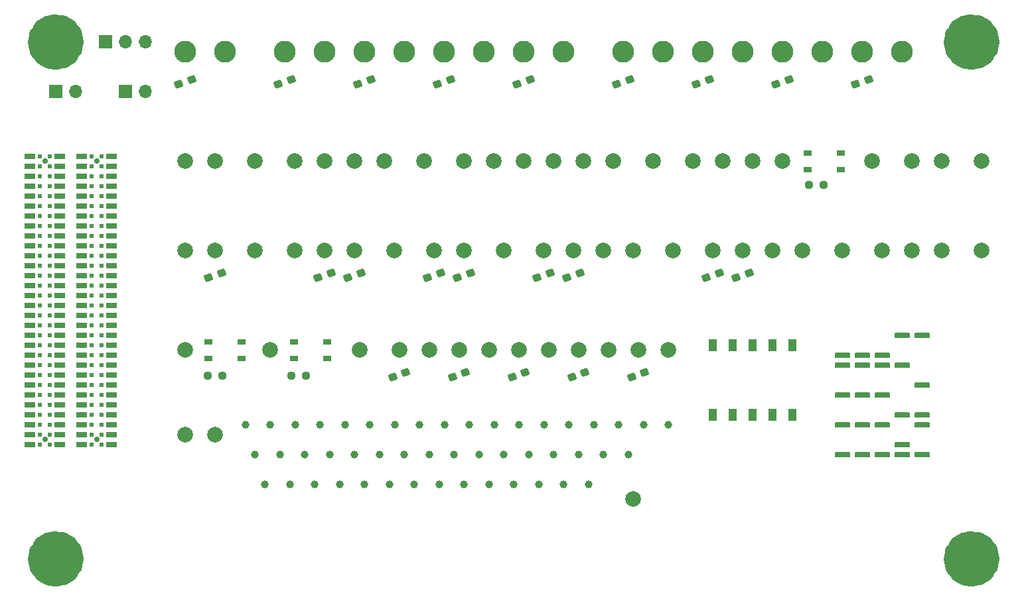
<source format=gbr>
%TF.GenerationSoftware,KiCad,Pcbnew,(6.0.5)*%
%TF.CreationDate,2023-01-12T09:35:21-05:00*%
%TF.ProjectId,breakout,62726561-6b6f-4757-942e-6b696361645f,rev?*%
%TF.SameCoordinates,Original*%
%TF.FileFunction,Soldermask,Top*%
%TF.FilePolarity,Negative*%
%FSLAX46Y46*%
G04 Gerber Fmt 4.6, Leading zero omitted, Abs format (unit mm)*
G04 Created by KiCad (PCBNEW (6.0.5)) date 2023-01-12 09:35:21*
%MOMM*%
%LPD*%
G01*
G04 APERTURE LIST*
G04 Aperture macros list*
%AMRoundRect*
0 Rectangle with rounded corners*
0 $1 Rounding radius*
0 $2 $3 $4 $5 $6 $7 $8 $9 X,Y pos of 4 corners*
0 Add a 4 corners polygon primitive as box body*
4,1,4,$2,$3,$4,$5,$6,$7,$8,$9,$2,$3,0*
0 Add four circle primitives for the rounded corners*
1,1,$1+$1,$2,$3*
1,1,$1+$1,$4,$5*
1,1,$1+$1,$6,$7*
1,1,$1+$1,$8,$9*
0 Add four rect primitives between the rounded corners*
20,1,$1+$1,$2,$3,$4,$5,0*
20,1,$1+$1,$4,$5,$6,$7,0*
20,1,$1+$1,$6,$7,$8,$9,0*
20,1,$1+$1,$8,$9,$2,$3,0*%
G04 Aperture macros list end*
%ADD10C,0.200000*%
%ADD11C,3.556000*%
%ADD12C,0.609600*%
%ADD13C,0.740000*%
%ADD14R,1.470000X0.740000*%
%ADD15C,2.000000*%
%ADD16C,1.000000*%
%ADD17R,1.050000X0.650000*%
%ADD18RoundRect,0.237500X0.188932X0.321508X-0.351391X0.124846X-0.188932X-0.321508X0.351391X-0.124846X0*%
%ADD19C,2.800000*%
%ADD20R,1.700000X1.700000*%
%ADD21O,1.700000X1.700000*%
%ADD22RoundRect,0.237500X-0.250000X-0.237500X0.250000X-0.237500X0.250000X0.237500X-0.250000X0.237500X0*%
%ADD23R,1.100000X1.500000*%
%ADD24C,3.200000*%
G04 APERTURE END LIST*
D10*
X167259000Y-107061000D02*
X165481000Y-107061000D01*
X165481000Y-107061000D02*
X165481000Y-107569000D01*
X165481000Y-107569000D02*
X167259000Y-107569000D01*
X167259000Y-107569000D02*
X167259000Y-107061000D01*
G36*
X167259000Y-107061000D02*
G01*
X165481000Y-107061000D01*
X165481000Y-107569000D01*
X167259000Y-107569000D01*
X167259000Y-107061000D01*
G37*
X172339000Y-118491000D02*
X170561000Y-118491000D01*
X170561000Y-118491000D02*
X170561000Y-118999000D01*
X170561000Y-118999000D02*
X172339000Y-118999000D01*
X172339000Y-118999000D02*
X172339000Y-118491000D01*
G36*
X172339000Y-118491000D02*
G01*
X170561000Y-118491000D01*
X170561000Y-118999000D01*
X172339000Y-118999000D01*
X172339000Y-118491000D01*
G37*
X177419000Y-109601000D02*
X175641000Y-109601000D01*
X175641000Y-109601000D02*
X175641000Y-110109000D01*
X175641000Y-110109000D02*
X177419000Y-110109000D01*
X177419000Y-110109000D02*
X177419000Y-109601000D01*
G36*
X177419000Y-109601000D02*
G01*
X175641000Y-109601000D01*
X175641000Y-110109000D01*
X177419000Y-110109000D01*
X177419000Y-109601000D01*
G37*
X172339000Y-110871000D02*
X170561000Y-110871000D01*
X170561000Y-110871000D02*
X170561000Y-111379000D01*
X170561000Y-111379000D02*
X172339000Y-111379000D01*
X172339000Y-111379000D02*
X172339000Y-110871000D01*
G36*
X172339000Y-110871000D02*
G01*
X170561000Y-110871000D01*
X170561000Y-111379000D01*
X172339000Y-111379000D01*
X172339000Y-110871000D01*
G37*
X177419000Y-114681000D02*
X175641000Y-114681000D01*
X175641000Y-114681000D02*
X175641000Y-115189000D01*
X175641000Y-115189000D02*
X177419000Y-115189000D01*
X177419000Y-115189000D02*
X177419000Y-114681000D01*
G36*
X177419000Y-114681000D02*
G01*
X175641000Y-114681000D01*
X175641000Y-115189000D01*
X177419000Y-115189000D01*
X177419000Y-114681000D01*
G37*
D11*
X184658000Y-66040000D02*
G75*
G03*
X184658000Y-66040000I-1778000J0D01*
G01*
D10*
X169799000Y-110871000D02*
X168021000Y-110871000D01*
X168021000Y-110871000D02*
X168021000Y-111379000D01*
X168021000Y-111379000D02*
X169799000Y-111379000D01*
X169799000Y-111379000D02*
X169799000Y-110871000D01*
G36*
X169799000Y-110871000D02*
G01*
X168021000Y-110871000D01*
X168021000Y-111379000D01*
X169799000Y-111379000D01*
X169799000Y-110871000D01*
G37*
X167259000Y-105791000D02*
X165481000Y-105791000D01*
X165481000Y-105791000D02*
X165481000Y-106299000D01*
X165481000Y-106299000D02*
X167259000Y-106299000D01*
X167259000Y-106299000D02*
X167259000Y-105791000D01*
G36*
X167259000Y-105791000D02*
G01*
X165481000Y-105791000D01*
X165481000Y-106299000D01*
X167259000Y-106299000D01*
X167259000Y-105791000D01*
G37*
D11*
X67818000Y-132080000D02*
G75*
G03*
X67818000Y-132080000I-1778000J0D01*
G01*
D10*
X169799000Y-118491000D02*
X168021000Y-118491000D01*
X168021000Y-118491000D02*
X168021000Y-118999000D01*
X168021000Y-118999000D02*
X169799000Y-118999000D01*
X169799000Y-118999000D02*
X169799000Y-118491000D01*
G36*
X169799000Y-118491000D02*
G01*
X168021000Y-118491000D01*
X168021000Y-118999000D01*
X169799000Y-118999000D01*
X169799000Y-118491000D01*
G37*
X174879000Y-103251000D02*
X173101000Y-103251000D01*
X173101000Y-103251000D02*
X173101000Y-103759000D01*
X173101000Y-103759000D02*
X174879000Y-103759000D01*
X174879000Y-103759000D02*
X174879000Y-103251000D01*
G36*
X174879000Y-103251000D02*
G01*
X173101000Y-103251000D01*
X173101000Y-103759000D01*
X174879000Y-103759000D01*
X174879000Y-103251000D01*
G37*
D11*
X67818000Y-66040000D02*
G75*
G03*
X67818000Y-66040000I-1778000J0D01*
G01*
D10*
X172339000Y-114681000D02*
X170561000Y-114681000D01*
X170561000Y-114681000D02*
X170561000Y-115189000D01*
X170561000Y-115189000D02*
X172339000Y-115189000D01*
X172339000Y-115189000D02*
X172339000Y-114681000D01*
G36*
X172339000Y-114681000D02*
G01*
X170561000Y-114681000D01*
X170561000Y-115189000D01*
X172339000Y-115189000D01*
X172339000Y-114681000D01*
G37*
X167259000Y-110871000D02*
X165481000Y-110871000D01*
X165481000Y-110871000D02*
X165481000Y-111379000D01*
X165481000Y-111379000D02*
X167259000Y-111379000D01*
X167259000Y-111379000D02*
X167259000Y-110871000D01*
G36*
X167259000Y-110871000D02*
G01*
X165481000Y-110871000D01*
X165481000Y-111379000D01*
X167259000Y-111379000D01*
X167259000Y-110871000D01*
G37*
X167259000Y-114681000D02*
X165481000Y-114681000D01*
X165481000Y-114681000D02*
X165481000Y-115189000D01*
X165481000Y-115189000D02*
X167259000Y-115189000D01*
X167259000Y-115189000D02*
X167259000Y-114681000D01*
G36*
X167259000Y-114681000D02*
G01*
X165481000Y-114681000D01*
X165481000Y-115189000D01*
X167259000Y-115189000D01*
X167259000Y-114681000D01*
G37*
X169799000Y-114681000D02*
X168021000Y-114681000D01*
X168021000Y-114681000D02*
X168021000Y-115189000D01*
X168021000Y-115189000D02*
X169799000Y-115189000D01*
X169799000Y-115189000D02*
X169799000Y-114681000D01*
G36*
X169799000Y-114681000D02*
G01*
X168021000Y-114681000D01*
X168021000Y-115189000D01*
X169799000Y-115189000D01*
X169799000Y-114681000D01*
G37*
X174879000Y-118491000D02*
X173101000Y-118491000D01*
X173101000Y-118491000D02*
X173101000Y-118999000D01*
X173101000Y-118999000D02*
X174879000Y-118999000D01*
X174879000Y-118999000D02*
X174879000Y-118491000D01*
G36*
X174879000Y-118491000D02*
G01*
X173101000Y-118491000D01*
X173101000Y-118999000D01*
X174879000Y-118999000D01*
X174879000Y-118491000D01*
G37*
X174879000Y-107061000D02*
X173101000Y-107061000D01*
X173101000Y-107061000D02*
X173101000Y-107569000D01*
X173101000Y-107569000D02*
X174879000Y-107569000D01*
X174879000Y-107569000D02*
X174879000Y-107061000D01*
G36*
X174879000Y-107061000D02*
G01*
X173101000Y-107061000D01*
X173101000Y-107569000D01*
X174879000Y-107569000D01*
X174879000Y-107061000D01*
G37*
X169799000Y-105791000D02*
X168021000Y-105791000D01*
X168021000Y-105791000D02*
X168021000Y-106299000D01*
X168021000Y-106299000D02*
X169799000Y-106299000D01*
X169799000Y-106299000D02*
X169799000Y-105791000D01*
G36*
X169799000Y-105791000D02*
G01*
X168021000Y-105791000D01*
X168021000Y-106299000D01*
X169799000Y-106299000D01*
X169799000Y-105791000D01*
G37*
X169799000Y-107061000D02*
X168021000Y-107061000D01*
X168021000Y-107061000D02*
X168021000Y-107569000D01*
X168021000Y-107569000D02*
X169799000Y-107569000D01*
X169799000Y-107569000D02*
X169799000Y-107061000D01*
G36*
X169799000Y-107061000D02*
G01*
X168021000Y-107061000D01*
X168021000Y-107569000D01*
X169799000Y-107569000D01*
X169799000Y-107061000D01*
G37*
X177419000Y-113411000D02*
X175641000Y-113411000D01*
X175641000Y-113411000D02*
X175641000Y-113919000D01*
X175641000Y-113919000D02*
X177419000Y-113919000D01*
X177419000Y-113919000D02*
X177419000Y-113411000D01*
G36*
X177419000Y-113411000D02*
G01*
X175641000Y-113411000D01*
X175641000Y-113919000D01*
X177419000Y-113919000D01*
X177419000Y-113411000D01*
G37*
X177419000Y-103251000D02*
X175641000Y-103251000D01*
X175641000Y-103251000D02*
X175641000Y-103759000D01*
X175641000Y-103759000D02*
X177419000Y-103759000D01*
X177419000Y-103759000D02*
X177419000Y-103251000D01*
G36*
X177419000Y-103251000D02*
G01*
X175641000Y-103251000D01*
X175641000Y-103759000D01*
X177419000Y-103759000D01*
X177419000Y-103251000D01*
G37*
X174879000Y-113411000D02*
X173101000Y-113411000D01*
X173101000Y-113411000D02*
X173101000Y-113919000D01*
X173101000Y-113919000D02*
X174879000Y-113919000D01*
X174879000Y-113919000D02*
X174879000Y-113411000D01*
G36*
X174879000Y-113411000D02*
G01*
X173101000Y-113411000D01*
X173101000Y-113919000D01*
X174879000Y-113919000D01*
X174879000Y-113411000D01*
G37*
X172339000Y-107061000D02*
X170561000Y-107061000D01*
X170561000Y-107061000D02*
X170561000Y-107569000D01*
X170561000Y-107569000D02*
X172339000Y-107569000D01*
X172339000Y-107569000D02*
X172339000Y-107061000D01*
G36*
X172339000Y-107061000D02*
G01*
X170561000Y-107061000D01*
X170561000Y-107569000D01*
X172339000Y-107569000D01*
X172339000Y-107061000D01*
G37*
X167259000Y-118491000D02*
X165481000Y-118491000D01*
X165481000Y-118491000D02*
X165481000Y-118999000D01*
X165481000Y-118999000D02*
X167259000Y-118999000D01*
X167259000Y-118999000D02*
X167259000Y-118491000D01*
G36*
X167259000Y-118491000D02*
G01*
X165481000Y-118491000D01*
X165481000Y-118999000D01*
X167259000Y-118999000D01*
X167259000Y-118491000D01*
G37*
X172339000Y-105791000D02*
X170561000Y-105791000D01*
X170561000Y-105791000D02*
X170561000Y-106299000D01*
X170561000Y-106299000D02*
X172339000Y-106299000D01*
X172339000Y-106299000D02*
X172339000Y-105791000D01*
G36*
X172339000Y-105791000D02*
G01*
X170561000Y-105791000D01*
X170561000Y-106299000D01*
X172339000Y-106299000D01*
X172339000Y-105791000D01*
G37*
X174879000Y-117221000D02*
X173101000Y-117221000D01*
X173101000Y-117221000D02*
X173101000Y-117729000D01*
X173101000Y-117729000D02*
X174879000Y-117729000D01*
X174879000Y-117729000D02*
X174879000Y-117221000D01*
G36*
X174879000Y-117221000D02*
G01*
X173101000Y-117221000D01*
X173101000Y-117729000D01*
X174879000Y-117729000D01*
X174879000Y-117221000D01*
G37*
D11*
X184658000Y-132080000D02*
G75*
G03*
X184658000Y-132080000I-1778000J0D01*
G01*
D10*
X177419000Y-118491000D02*
X175641000Y-118491000D01*
X175641000Y-118491000D02*
X175641000Y-118999000D01*
X175641000Y-118999000D02*
X177419000Y-118999000D01*
X177419000Y-118999000D02*
X177419000Y-118491000D01*
G36*
X177419000Y-118491000D02*
G01*
X175641000Y-118491000D01*
X175641000Y-118999000D01*
X177419000Y-118999000D01*
X177419000Y-118491000D01*
G37*
D12*
%TO.C,J301*%
X64008000Y-116205000D03*
D13*
X64643000Y-81280000D03*
D12*
X64008000Y-100965000D03*
X64008000Y-88265000D03*
X65278000Y-94615000D03*
X65278000Y-114935000D03*
X65278000Y-89535000D03*
X64008000Y-90805000D03*
X65278000Y-108585000D03*
X65278000Y-92075000D03*
X65278000Y-98425000D03*
X64008000Y-89535000D03*
X65278000Y-90805000D03*
X65278000Y-100965000D03*
X65278000Y-93345000D03*
X64008000Y-85725000D03*
X65278000Y-112395000D03*
X64008000Y-114935000D03*
X64008000Y-92075000D03*
X64008000Y-113665000D03*
X64008000Y-108585000D03*
X65278000Y-86995000D03*
X64008000Y-86995000D03*
X64008000Y-111125000D03*
X65278000Y-109855000D03*
X64008000Y-95885000D03*
X65278000Y-113665000D03*
X65278000Y-80645000D03*
X64008000Y-117475000D03*
X64008000Y-84455000D03*
X65278000Y-85725000D03*
X64008000Y-103505000D03*
X65278000Y-84455000D03*
X65278000Y-102235000D03*
X65278000Y-107315000D03*
X64008000Y-93345000D03*
X65278000Y-99695000D03*
X65278000Y-117475000D03*
X65278000Y-97155000D03*
X64008000Y-112395000D03*
X64008000Y-109855000D03*
X64008000Y-97155000D03*
X65278000Y-106045000D03*
X65278000Y-103505000D03*
X64008000Y-81915000D03*
X64008000Y-94615000D03*
X64008000Y-107315000D03*
X64008000Y-106045000D03*
X65278000Y-88265000D03*
X64008000Y-98425000D03*
X65278000Y-83185000D03*
X65278000Y-95885000D03*
X64008000Y-83185000D03*
X65278000Y-116205000D03*
X64008000Y-80645000D03*
X65278000Y-111125000D03*
X64008000Y-102235000D03*
X64008000Y-104775000D03*
X65278000Y-104775000D03*
X64008000Y-99695000D03*
D13*
X64643000Y-116840000D03*
D12*
X65278000Y-81915000D03*
D14*
X66513000Y-117475000D03*
X62773000Y-117475000D03*
X66513000Y-116205000D03*
X62773000Y-116205000D03*
X66513000Y-114935000D03*
X62773000Y-114935000D03*
X66513000Y-113665000D03*
X62773000Y-113665000D03*
X66513000Y-112395000D03*
X62773000Y-112395000D03*
X66513000Y-111125000D03*
X62773000Y-111125000D03*
X66513000Y-109855000D03*
X62773000Y-109855000D03*
X66513000Y-108585000D03*
X62773000Y-108585000D03*
X66513000Y-107315000D03*
X62773000Y-107315000D03*
X66513000Y-106045000D03*
X62773000Y-106045000D03*
X66513000Y-104775000D03*
X62773000Y-104775000D03*
X66513000Y-103505000D03*
X62773000Y-103505000D03*
X66513000Y-102235000D03*
X62773000Y-102235000D03*
X66513000Y-100965000D03*
X62773000Y-100965000D03*
X66513000Y-99695000D03*
X62773000Y-99695000D03*
X66513000Y-98425000D03*
X62773000Y-98425000D03*
X66513000Y-97155000D03*
X62773000Y-97155000D03*
X66513000Y-95885000D03*
X62773000Y-95885000D03*
X66513000Y-94615000D03*
X62773000Y-94615000D03*
X66513000Y-93345000D03*
X62773000Y-93345000D03*
X66513000Y-92075000D03*
X62773000Y-92075000D03*
X66513000Y-90805000D03*
X62773000Y-90805000D03*
X66513000Y-89535000D03*
X62773000Y-89535000D03*
X66513000Y-88265000D03*
X62773000Y-88265000D03*
X66513000Y-86995000D03*
X62773000Y-86995000D03*
X66513000Y-85725000D03*
X62773000Y-85725000D03*
X66513000Y-84455000D03*
X62773000Y-84455000D03*
X66513000Y-83185000D03*
X62773000Y-83185000D03*
X66513000Y-81915000D03*
X62773000Y-81915000D03*
X66513000Y-80645000D03*
X62773000Y-80645000D03*
%TD*%
D12*
%TO.C,J300*%
X70612000Y-116205000D03*
D13*
X71247000Y-81280000D03*
D12*
X70612000Y-100965000D03*
X70612000Y-88265000D03*
X71882000Y-94615000D03*
X71882000Y-114935000D03*
X71882000Y-89535000D03*
X70612000Y-90805000D03*
X71882000Y-108585000D03*
X71882000Y-92075000D03*
X71882000Y-98425000D03*
X70612000Y-89535000D03*
X71882000Y-90805000D03*
X71882000Y-100965000D03*
X71882000Y-93345000D03*
X70612000Y-85725000D03*
X71882000Y-112395000D03*
X70612000Y-114935000D03*
X70612000Y-92075000D03*
X70612000Y-113665000D03*
X70612000Y-108585000D03*
X71882000Y-86995000D03*
X70612000Y-86995000D03*
X70612000Y-111125000D03*
X71882000Y-109855000D03*
X70612000Y-95885000D03*
X71882000Y-113665000D03*
X71882000Y-80645000D03*
X70612000Y-117475000D03*
X70612000Y-84455000D03*
X71882000Y-85725000D03*
X70612000Y-103505000D03*
X71882000Y-84455000D03*
X71882000Y-102235000D03*
X71882000Y-107315000D03*
X70612000Y-93345000D03*
X71882000Y-99695000D03*
X71882000Y-117475000D03*
X71882000Y-97155000D03*
X70612000Y-112395000D03*
X70612000Y-109855000D03*
X70612000Y-97155000D03*
X71882000Y-106045000D03*
X71882000Y-103505000D03*
X70612000Y-81915000D03*
X70612000Y-94615000D03*
X70612000Y-107315000D03*
X70612000Y-106045000D03*
X71882000Y-88265000D03*
X70612000Y-98425000D03*
X71882000Y-83185000D03*
X71882000Y-95885000D03*
X70612000Y-83185000D03*
X71882000Y-116205000D03*
X70612000Y-80645000D03*
X71882000Y-111125000D03*
X70612000Y-102235000D03*
X70612000Y-104775000D03*
X71882000Y-104775000D03*
X70612000Y-99695000D03*
D13*
X71247000Y-116840000D03*
D12*
X71882000Y-81915000D03*
D14*
X73117000Y-117475000D03*
X69377000Y-117475000D03*
X73117000Y-116205000D03*
X69377000Y-116205000D03*
X73117000Y-114935000D03*
X69377000Y-114935000D03*
X73117000Y-113665000D03*
X69377000Y-113665000D03*
X73117000Y-112395000D03*
X69377000Y-112395000D03*
X73117000Y-111125000D03*
X69377000Y-111125000D03*
X73117000Y-109855000D03*
X69377000Y-109855000D03*
X73117000Y-108585000D03*
X69377000Y-108585000D03*
X73117000Y-107315000D03*
X69377000Y-107315000D03*
X73117000Y-106045000D03*
X69377000Y-106045000D03*
X73117000Y-104775000D03*
X69377000Y-104775000D03*
X73117000Y-103505000D03*
X69377000Y-103505000D03*
X73117000Y-102235000D03*
X69377000Y-102235000D03*
X73117000Y-100965000D03*
X69377000Y-100965000D03*
X73117000Y-99695000D03*
X69377000Y-99695000D03*
X73117000Y-98425000D03*
X69377000Y-98425000D03*
X73117000Y-97155000D03*
X69377000Y-97155000D03*
X73117000Y-95885000D03*
X69377000Y-95885000D03*
X73117000Y-94615000D03*
X69377000Y-94615000D03*
X73117000Y-93345000D03*
X69377000Y-93345000D03*
X73117000Y-92075000D03*
X69377000Y-92075000D03*
X73117000Y-90805000D03*
X69377000Y-90805000D03*
X73117000Y-89535000D03*
X69377000Y-89535000D03*
X73117000Y-88265000D03*
X69377000Y-88265000D03*
X73117000Y-86995000D03*
X69377000Y-86995000D03*
X73117000Y-85725000D03*
X69377000Y-85725000D03*
X73117000Y-84455000D03*
X69377000Y-84455000D03*
X73117000Y-83185000D03*
X69377000Y-83185000D03*
X73117000Y-81915000D03*
X69377000Y-81915000D03*
X73117000Y-80645000D03*
X69377000Y-80645000D03*
%TD*%
D15*
%TO.C,TP28*%
X128905000Y-105410000D03*
%TD*%
D16*
%TO.C,TP9*%
X116840000Y-118745000D03*
%TD*%
%TO.C,TP4*%
X97790000Y-118745000D03*
%TD*%
%TO.C,TP83*%
X134685000Y-114935000D03*
%TD*%
D17*
%TO.C,SW4*%
X166159000Y-82355000D03*
X162009000Y-82355000D03*
X162009000Y-80205000D03*
X166159000Y-80205000D03*
%TD*%
D18*
%TO.C,D13*%
X115122231Y-95585732D03*
X113477769Y-96184268D03*
%TD*%
D16*
%TO.C,TP94*%
X100965000Y-118745000D03*
%TD*%
%TO.C,TP100*%
X126365000Y-118745000D03*
%TD*%
D15*
%TO.C,TP91*%
X96520000Y-81280000D03*
%TD*%
D16*
%TO.C,TP113*%
X127635000Y-122555000D03*
%TD*%
D15*
%TO.C,TP87*%
X179070000Y-92710000D03*
%TD*%
%TO.C,TP44*%
X100330000Y-92710000D03*
%TD*%
D18*
%TO.C,D6*%
X141157231Y-108285732D03*
X139512769Y-108884268D03*
%TD*%
%TO.C,D20*%
X159572231Y-70820732D03*
X157927769Y-71419268D03*
%TD*%
D16*
%TO.C,TP11*%
X129540000Y-118745000D03*
%TD*%
D18*
%TO.C,D23*%
X169732231Y-70820732D03*
X168087769Y-71419268D03*
%TD*%
D15*
%TO.C,TP105*%
X144145000Y-105410000D03*
%TD*%
%TO.C,TP88*%
X121285000Y-105410000D03*
%TD*%
D19*
%TO.C,TP49*%
X148590000Y-67310000D03*
%TD*%
D15*
%TO.C,TP120*%
X132715000Y-105410000D03*
%TD*%
D20*
%TO.C,P1*%
X72390000Y-66040000D03*
D21*
X74930000Y-66040000D03*
X77470000Y-66040000D03*
%TD*%
D16*
%TO.C,TP20*%
X105410000Y-122555000D03*
%TD*%
D15*
%TO.C,TP42*%
X118110000Y-92710000D03*
%TD*%
D16*
%TO.C,TP45*%
X109285000Y-114935000D03*
%TD*%
D20*
%TO.C,P3*%
X74930000Y-72390000D03*
D21*
X77470000Y-72390000D03*
%TD*%
D16*
%TO.C,TP102*%
X139065000Y-118745000D03*
%TD*%
D15*
%TO.C,TP30*%
X125095000Y-105410000D03*
%TD*%
%TO.C,TP116*%
X166370000Y-92710000D03*
%TD*%
%TO.C,TP116*%
X91440000Y-92710000D03*
%TD*%
D16*
%TO.C,TP7*%
X104140000Y-118745000D03*
%TD*%
D22*
%TO.C,R54*%
X162155500Y-84328000D03*
X163980500Y-84328000D03*
%TD*%
D16*
%TO.C,TP48*%
X121985000Y-114935000D03*
%TD*%
%TO.C,TP46*%
X112460000Y-114935000D03*
%TD*%
D15*
%TO.C,TP80*%
X135890000Y-92710000D03*
%TD*%
D16*
%TO.C,TP22*%
X118110000Y-122555000D03*
%TD*%
D19*
%TO.C,TP60*%
X105410000Y-67310000D03*
%TD*%
D16*
%TO.C,TP12*%
X135890000Y-118745000D03*
%TD*%
%TO.C,TP23*%
X124460000Y-122555000D03*
%TD*%
D18*
%TO.C,D19*%
X154492231Y-95585732D03*
X152847769Y-96184268D03*
%TD*%
%TO.C,D11*%
X118932231Y-95585732D03*
X117287769Y-96184268D03*
%TD*%
D16*
%TO.C,TP10*%
X123190000Y-118745000D03*
%TD*%
%TO.C,TP74*%
X106110000Y-114935000D03*
%TD*%
D18*
%TO.C,D18*%
X139252231Y-70820732D03*
X137607769Y-71419268D03*
%TD*%
D15*
%TO.C,TP116*%
X91440000Y-81280000D03*
%TD*%
%TO.C,TP66*%
X179070000Y-81280000D03*
%TD*%
%TO.C,TP116*%
X142240000Y-81280000D03*
%TD*%
%TO.C,TP59*%
X100330000Y-81280000D03*
%TD*%
D16*
%TO.C,TP97*%
X107315000Y-118745000D03*
%TD*%
D19*
%TO.C,TP108*%
X143510000Y-67310000D03*
%TD*%
D18*
%TO.C,D4*%
X87182231Y-95585732D03*
X85537769Y-96184268D03*
%TD*%
D16*
%TO.C,TP24*%
X130810000Y-122555000D03*
%TD*%
D15*
%TO.C,TP61*%
X117475000Y-105410000D03*
%TD*%
D19*
%TO.C,TP32*%
X130810000Y-67310000D03*
%TD*%
D16*
%TO.C,TP99*%
X120015000Y-118745000D03*
%TD*%
D15*
%TO.C,TP13*%
X86360000Y-116205000D03*
%TD*%
D19*
%TO.C,TP62*%
X100330000Y-67310000D03*
%TD*%
D15*
%TO.C,TP95*%
X133350000Y-81280000D03*
%TD*%
D19*
%TO.C,TP2*%
X125730000Y-67310000D03*
%TD*%
D18*
%TO.C,D8*%
X83372231Y-70820732D03*
X81727769Y-71419268D03*
%TD*%
D16*
%TO.C,TP98*%
X113665000Y-118745000D03*
%TD*%
D15*
%TO.C,TP5*%
X129540000Y-81280000D03*
%TD*%
%TO.C,TP82*%
X128270000Y-92710000D03*
%TD*%
D18*
%TO.C,D3*%
X125917231Y-108285732D03*
X124272769Y-108884268D03*
%TD*%
%TO.C,D12*%
X106232231Y-70820732D03*
X104587769Y-71419268D03*
%TD*%
D19*
%TO.C,TP16*%
X138430000Y-67310000D03*
%TD*%
D15*
%TO.C,TP64*%
X82550000Y-116205000D03*
%TD*%
%TO.C,TP47*%
X93345000Y-105410000D03*
%TD*%
%TO.C,TP54*%
X82550000Y-92710000D03*
%TD*%
D18*
%TO.C,D22*%
X149412231Y-70820732D03*
X147767769Y-71419268D03*
%TD*%
D16*
%TO.C,TP51*%
X128335000Y-114935000D03*
%TD*%
%TO.C,TP81*%
X131510000Y-114935000D03*
%TD*%
D18*
%TO.C,D16*%
X126552231Y-70820732D03*
X124907769Y-71419268D03*
%TD*%
D15*
%TO.C,TP43*%
X96520000Y-92710000D03*
%TD*%
D16*
%TO.C,TP21*%
X111760000Y-122555000D03*
%TD*%
D18*
%TO.C,D2*%
X118297231Y-108285732D03*
X116652769Y-108884268D03*
%TD*%
D15*
%TO.C,TP57*%
X175260000Y-92710000D03*
%TD*%
D16*
%TO.C,TP55*%
X141035000Y-114935000D03*
%TD*%
D22*
%TO.C,R55*%
X85447500Y-108712000D03*
X87272500Y-108712000D03*
%TD*%
D16*
%TO.C,TP85*%
X144210000Y-114935000D03*
%TD*%
D23*
%TO.C,SW1*%
X160020000Y-104770000D03*
X157480000Y-104770000D03*
X154940000Y-104770000D03*
X152400000Y-104770000D03*
X149860000Y-104770000D03*
X149860000Y-113670000D03*
X152400000Y-113670000D03*
X154940000Y-113670000D03*
X157480000Y-113670000D03*
X160020000Y-113670000D03*
%TD*%
D19*
%TO.C,TP29*%
X110490000Y-67310000D03*
%TD*%
D16*
%TO.C,TP84*%
X137860000Y-114935000D03*
%TD*%
D15*
%TO.C,TP37*%
X157480000Y-92710000D03*
%TD*%
D16*
%TO.C,TP39*%
X96585000Y-114935000D03*
%TD*%
D15*
%TO.C,TP63*%
X86360000Y-81280000D03*
%TD*%
D24*
%TO.C,REF\u002A\u002A*%
X182880000Y-66040000D03*
%TD*%
D15*
%TO.C,TP116*%
X113030000Y-81280000D03*
%TD*%
%TO.C,TP52*%
X132080000Y-92710000D03*
%TD*%
D18*
%TO.C,D14*%
X116392231Y-70820732D03*
X114747769Y-71419268D03*
%TD*%
D15*
%TO.C,TP1*%
X107950000Y-81280000D03*
%TD*%
D16*
%TO.C,TP111*%
X114935000Y-122555000D03*
%TD*%
D15*
%TO.C,TP40*%
X140335000Y-105410000D03*
%TD*%
%TO.C,TP116*%
X109220000Y-92710000D03*
%TD*%
%TO.C,TP6*%
X121920000Y-81280000D03*
%TD*%
D18*
%TO.C,D21*%
X150682231Y-95585732D03*
X149037769Y-96184268D03*
%TD*%
D19*
%TO.C,TP90*%
X115570000Y-67310000D03*
%TD*%
D16*
%TO.C,TP112*%
X121285000Y-122555000D03*
%TD*%
D15*
%TO.C,TP33*%
X82550000Y-81280000D03*
%TD*%
D16*
%TO.C,TP68*%
X93410000Y-114935000D03*
%TD*%
D15*
%TO.C,TP116*%
X184150000Y-81280000D03*
%TD*%
D18*
%TO.C,D5*%
X133537231Y-108285732D03*
X131892769Y-108884268D03*
%TD*%
D16*
%TO.C,TP79*%
X125160000Y-114935000D03*
%TD*%
D20*
%TO.C,P2*%
X66040000Y-72390000D03*
D21*
X68580000Y-72390000D03*
%TD*%
D18*
%TO.C,D7*%
X101152231Y-95585732D03*
X99507769Y-96184268D03*
%TD*%
D15*
%TO.C,TP103*%
X151130000Y-81280000D03*
%TD*%
%TO.C,TP116*%
X144780000Y-92710000D03*
%TD*%
%TO.C,TP72*%
X114300000Y-92710000D03*
%TD*%
D18*
%TO.C,D17*%
X129092231Y-95585732D03*
X127447769Y-96184268D03*
%TD*%
D22*
%TO.C,R56*%
X96115500Y-108712000D03*
X97940500Y-108712000D03*
%TD*%
D16*
%TO.C,TP3*%
X91440000Y-118745000D03*
%TD*%
D15*
%TO.C,TP116*%
X139700000Y-124460000D03*
%TD*%
D16*
%TO.C,TP109*%
X102235000Y-122555000D03*
%TD*%
D18*
%TO.C,D1*%
X110677231Y-108285732D03*
X109032769Y-108884268D03*
%TD*%
D16*
%TO.C,TP69*%
X99760000Y-114935000D03*
%TD*%
D15*
%TO.C,TP96*%
X125730000Y-81280000D03*
%TD*%
%TO.C,TP36*%
X175260000Y-81280000D03*
%TD*%
D16*
%TO.C,TP110*%
X108585000Y-122555000D03*
%TD*%
D24*
%TO.C,REF\u002A\u002A*%
X66040000Y-132080000D03*
%TD*%
D16*
%TO.C,TP101*%
X132715000Y-118745000D03*
%TD*%
D15*
%TO.C,TP71*%
X149860000Y-92710000D03*
%TD*%
%TO.C,TP75*%
X118110000Y-81280000D03*
%TD*%
D17*
%TO.C,SW2*%
X85555000Y-106485000D03*
X89705000Y-106485000D03*
X89705000Y-104335000D03*
X85555000Y-104335000D03*
%TD*%
D16*
%TO.C,TP93*%
X94615000Y-118745000D03*
%TD*%
%TO.C,TP70*%
X102935000Y-114935000D03*
%TD*%
%TO.C,TP8*%
X110490000Y-118745000D03*
%TD*%
D17*
%TO.C,SW3*%
X100627000Y-106485000D03*
X96477000Y-106485000D03*
X100627000Y-104335000D03*
X96477000Y-104335000D03*
%TD*%
D15*
%TO.C,TP56*%
X82550000Y-105410000D03*
%TD*%
D19*
%TO.C,TP78*%
X168910000Y-67310000D03*
%TD*%
D15*
%TO.C,TP31*%
X109855000Y-105410000D03*
%TD*%
D16*
%TO.C,TP14*%
X92710000Y-122555000D03*
%TD*%
D19*
%TO.C,TP27*%
X87630000Y-67310000D03*
%TD*%
D18*
%TO.C,D15*%
X132902231Y-95585732D03*
X131257769Y-96184268D03*
%TD*%
D15*
%TO.C,TP116*%
X184150000Y-92710000D03*
%TD*%
D18*
%TO.C,D9*%
X104962231Y-95585732D03*
X103317769Y-96184268D03*
%TD*%
D19*
%TO.C,TP107*%
X153670000Y-67310000D03*
%TD*%
D15*
%TO.C,TP35*%
X154940000Y-81280000D03*
%TD*%
D24*
%TO.C,REF\u002A\u002A*%
X182880000Y-132080000D03*
%TD*%
D16*
%TO.C,TP104*%
X95885000Y-122555000D03*
%TD*%
D19*
%TO.C,TP119*%
X120650000Y-67310000D03*
%TD*%
%TO.C,TP25*%
X82550000Y-67310000D03*
%TD*%
%TO.C,TP92*%
X95250000Y-67310000D03*
%TD*%
D15*
%TO.C,TP86*%
X171450000Y-92710000D03*
%TD*%
D16*
%TO.C,TP19*%
X99060000Y-122555000D03*
%TD*%
%TO.C,TP34*%
X90235000Y-114935000D03*
%TD*%
%TO.C,TP76*%
X115635000Y-114935000D03*
%TD*%
D15*
%TO.C,TP116*%
X104775000Y-105410000D03*
%TD*%
D19*
%TO.C,TP17*%
X163830000Y-67310000D03*
%TD*%
D15*
%TO.C,TP73*%
X104140000Y-92710000D03*
%TD*%
%TO.C,TP58*%
X113665000Y-105410000D03*
%TD*%
D18*
%TO.C,D10*%
X96072231Y-70820732D03*
X94427769Y-71419268D03*
%TD*%
D15*
%TO.C,TP67*%
X161290000Y-92710000D03*
%TD*%
%TO.C,TP50*%
X139700000Y-92710000D03*
%TD*%
%TO.C,TP89*%
X104140000Y-81280000D03*
%TD*%
%TO.C,TP18*%
X137160000Y-81280000D03*
%TD*%
D19*
%TO.C,TP15*%
X158750000Y-67310000D03*
%TD*%
D24*
%TO.C,REF\u002A\u002A*%
X66040000Y-66040000D03*
%TD*%
D15*
%TO.C,TP65*%
X158750000Y-81280000D03*
%TD*%
%TO.C,TP38*%
X147320000Y-81280000D03*
%TD*%
%TO.C,TP41*%
X153670000Y-92710000D03*
%TD*%
%TO.C,TP116*%
X170180000Y-81280000D03*
%TD*%
%TO.C,TP118*%
X136525000Y-105410000D03*
%TD*%
D16*
%TO.C,TP114*%
X133985000Y-122555000D03*
%TD*%
D19*
%TO.C,TP26*%
X173990000Y-67310000D03*
%TD*%
D15*
%TO.C,TP53*%
X86360000Y-92710000D03*
%TD*%
D16*
%TO.C,TP77*%
X118810000Y-114935000D03*
%TD*%
D15*
%TO.C,TP116*%
X123190000Y-92710000D03*
%TD*%
M02*

</source>
